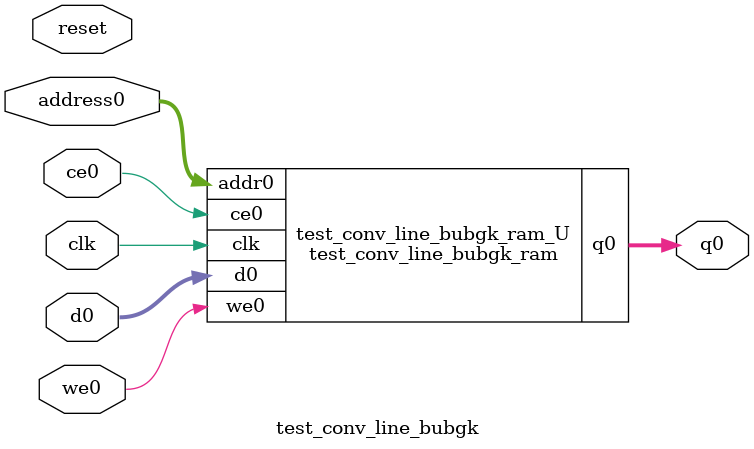
<source format=v>
`timescale 1 ns / 1 ps
module test_conv_line_bubgk_ram (addr0, ce0, d0, we0, q0,  clk);

parameter DWIDTH = 4;
parameter AWIDTH = 15;
parameter MEM_SIZE = 20608;

input[AWIDTH-1:0] addr0;
input ce0;
input[DWIDTH-1:0] d0;
input we0;
output reg[DWIDTH-1:0] q0;
input clk;

(* ram_style = "block" *)reg [DWIDTH-1:0] ram[0:MEM_SIZE-1];




always @(posedge clk)  
begin 
    if (ce0) begin
        if (we0) 
            ram[addr0] <= d0; 
        q0 <= ram[addr0];
    end
end


endmodule

`timescale 1 ns / 1 ps
module test_conv_line_bubgk(
    reset,
    clk,
    address0,
    ce0,
    we0,
    d0,
    q0);

parameter DataWidth = 32'd4;
parameter AddressRange = 32'd20608;
parameter AddressWidth = 32'd15;
input reset;
input clk;
input[AddressWidth - 1:0] address0;
input ce0;
input we0;
input[DataWidth - 1:0] d0;
output[DataWidth - 1:0] q0;



test_conv_line_bubgk_ram test_conv_line_bubgk_ram_U(
    .clk( clk ),
    .addr0( address0 ),
    .ce0( ce0 ),
    .we0( we0 ),
    .d0( d0 ),
    .q0( q0 ));

endmodule


</source>
